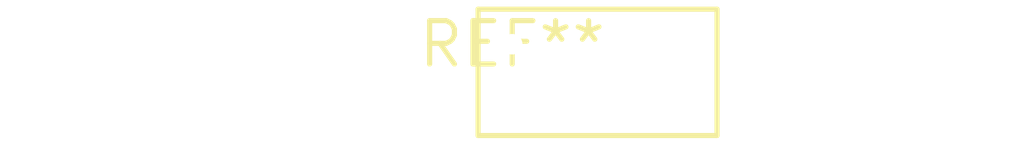
<source format=kicad_pcb>
(kicad_pcb (version 20240108) (generator pcbnew)
  (layers (0 "F.Cu" signal) (31 "B.Cu" signal) (34 "B.Paste" user) (35 "F.Paste" user) (36 "B.SilkS" user "B.Silkscreen") (37 "F.SilkS" user "F.Silkscreen") (38 "B.Mask" user) (39 "F.Mask" user) (44 "Edge.Cuts" user))
  (net 0 "")
  (footprint "RV_Disc_D7mm_W3.7mm_P5mm" (layer "F.Cu") (at 0 0)
    (property "Reference" "REF**")
    (property "Value" "RV_Disc_D7mm_W3.7mm_P5mm")
    (fp_line (start -1 -1.025) (end -1 2.675) (layer "F.SilkS") (stroke (width 0.15)))
    (fp_line (start -1 -1.025) (end 6 -1.025) (layer "F.SilkS") (stroke (width 0.15)))
    (fp_line (start -1 2.675) (end 6 2.675) (layer "F.SilkS") (stroke (width 0.15)))
    (fp_line (start 6 -1.025) (end 6 2.675) (layer "F.SilkS") (stroke (width 0.15)))
    (pad "1" thru_hole circle (at 0 0) (size 1.6 1.6) (drill 0.6) (layers *.Cu *.Mask) (remove_unused_layers))
    (pad "2" thru_hole circle (at 5 1.65) (size 1.6 1.6) (drill 0.6) (layers *.Cu *.Mask) (remove_unused_layers))
  )
)
</source>
